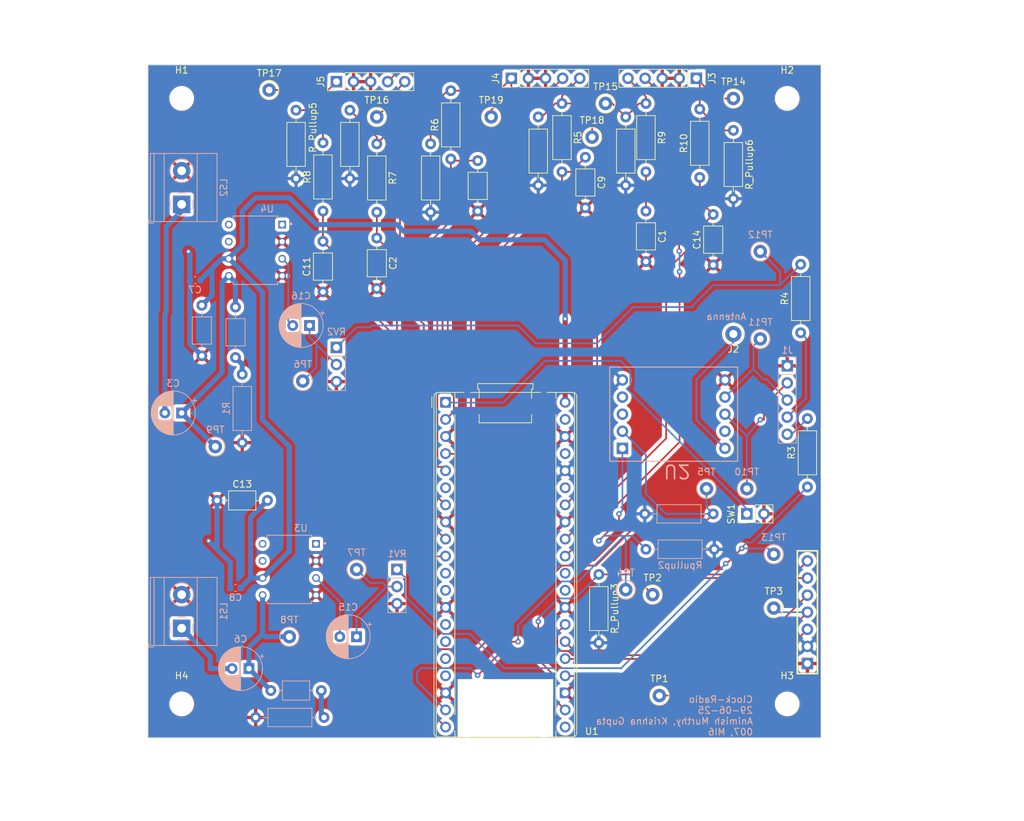
<source format=kicad_pcb>
(kicad_pcb (version 20241229) (generator "pcbnew") (generator_version "9.0")
  (layers (0 "F.Cu" signal) (2 "B.Cu" signal) (13 "F.Paste" user) (15 "B.Paste" user) (5 "F.SilkS" user "F.Silkscreen") (7 "B.SilkS" user "B.Silkscreen") (1 "F.Mask" user) (3 "B.Mask" user) (25 "Edge.Cuts" user))
  (net 0 "")
  (net 1 "GND")
  (net 2 "Net-(C3-Pad2)")
  (net 3 "/ROUT")
  (net 4 "/LOUT")
  (net 5 "Net-(J3-Pin_1)")
  (net 6 "Net-(J3-Pin_5)")
  (net 7 "Net-(J4-Pin_1)")
  (net 8 "Net-(J4-Pin_5)")
  (net 9 "/3V3")
  (net 10 "/SCK")
  (net 11 "/SDA")
  (net 12 "/RES")
  (net 13 "/DC")
  (net 14 "/CS")
  (net 15 "/RSpeaker")
  (net 16 "/LSpeaker")
  (net 17 "Net-(J2-Pin_1)")
  (net 18 "/I2CSCK")
  (net 19 "/I2CTX")
  (net 20 "Net-(U3-+)")
  (net 21 "Net-(U4-+)")
  (net 22 "/SW1")
  (net 23 "/SW2")
  (net 24 "/SW3")
  (net 25 "/SW4")
  (net 26 "Net-(C3-Pad1)")
  (net 27 "Net-(C4-Pad2)")
  (net 28 "Net-(C5-Pad1)")
  (net 29 "Net-(C5-Pad2)")
  (net 30 "Net-(C6-Pad2)")
  (net 42 "+5V")
  (net 46 "Net-(J5-Pin_1)")
  (net 47 "Net-(J5-Pin_5)")
  (net 48 "Net-(R3-Pad1)")
  (net 49 "Net-(R4-Pad2)")
  (net 50 "/ROT1B")
  (net 52 "/ROT1A")
  (net 53 "/ROT2A")
  (net 54 "/ROT2B")
  (net 56 "/ROT3A")
  (net 57 "/ROT3B")
  (net 58 "Net-(C15-Pad1)")
  (net 59 "Net-(C16-Pad1)")
  (footprint "Capacitor_THT:C_Axial_L3.8mm_D2.6mm_P7.50mm_Horizontal" (layer "F.Cu") (at 121 77 90)
    (property "Reference" "C11")
    (property "Value" "0.01 µF")
  )
  (footprint "Capacitor_THT:C_Axial_L3.8mm_D2.6mm_P7.50mm_Horizontal" (layer "F.Cu") (at 144 65 90)
    (property "Reference" "C10" (hide yes))
    (property "Value" "0.01 µF")
  )
  (footprint "Capacitor_THT:C_Axial_L3.8mm_D2.6mm_P7.50mm_Horizontal" (layer "F.Cu") (at 169 65 -90)
    (property "Reference" "C1")
    (property "Value" "0.01 µF")
  )
  (footprint "Resistor_THT:R_Axial_DIN0207_L6.3mm_D2.5mm_P10.16mm_Horizontal" (layer "F.Cu") (at 166 51 -90)
    (property "Reference" "R_Pullup7" (hide yes))
    (property "Value" "10kΩ")
  )
  (footprint "Resistor_THT:R_Axial_DIN0207_L6.3mm_D2.5mm_P10.16mm_Horizontal" (layer "F.Cu") (at 140 57.26 90)
    (property "Reference" "R6")
    (property "Value" "10Ω")
  )
  (footprint "TestPoint:TestPoint_Keystone_5000-5004_Miniature" (layer "F.Cu") (at 170 122)
    (property "Reference" "TP2")
    (property "Value" "TestPoint")
  )
  (footprint "TestPoint:TestPoint_Keystone_5000-5004_Miniature" (layer "F.Cu") (at 161 54)
    (property "Reference" "TP18")
    (property "Value" "TestPoint" (hide yes))
  )
  (footprint "Capacitor_THT:C_Axial_L3.8mm_D2.6mm_P7.50mm_Horizontal" (layer "F.Cu") (at 179 73 90)
    (property "Reference" "C14")
    (property "Value" "0.01 µF")
  )
  (footprint "Resistor_THT:R_Axial_DIN0207_L6.3mm_D2.5mm_P10.16mm_Horizontal" (layer "F.Cu") (at 117 50 -90)
    (property "Reference" "R_Pullup5")
    (property "Value" "10kΩ")
  )
  (footprint "Connector_PinHeader_2.54mm:PinHeader_1x05_P2.54mm_Vertical" (layer "F.Cu") (at 123 45.76 90)
    (property "Reference" "J5")
    (property "Value" "Conn_01x05")
  )
  (footprint "Resistor_THT:R_Axial_DIN0207_L6.3mm_D2.5mm_P10.16mm_Horizontal" (layer "F.Cu") (at 121 65 90)
    (property "Reference" "R8")
    (property "Value" "10kΩ")
  )
  (footprint "MountingHole:MountingHole_3.2mm_M3" (layer "F.Cu") (at 190 138.25)
    (property "Reference" "H3")
    (property "Value" "MountingHole")
  )
  (footprint "Resistor_THT:R_Axial_DIN0207_L6.3mm_D2.5mm_P10.16mm_Horizontal" (layer "F.Cu") (at 162 119 -90)
    (property "Reference" "R_Pullup3")
    (property "Value" "10kΩ")
  )
  (footprint "TestPoint:TestPoint_Keystone_5000-5004_Miniature" (layer "F.Cu") (at 146 51)
    (property "Reference" "TP19")
    (property "Value" "TestPoint")
  )
  (footprint "TestPoint:TestPoint_Keystone_5000-5004_Miniature" (layer "F.Cu") (at 182 48.26)
    (property "Reference" "TP14")
    (property "Value" "TestPoint")
  )
  (footprint "TestPoint:TestPoint_Keystone_5000-5004_Miniature" (layer "F.Cu") (at 129 51)
    (property "Reference" "TP16")
    (property "Value" "TestPoint" (hide yes))
  )
  (footprint "Resistor_THT:R_Axial_DIN0207_L6.3mm_D2.5mm_P10.16mm_Horizontal" (layer "F.Cu") (at 156.525236 49 -90)
    (property "Reference" "R5")
    (property "Value" "10Ω")
  )
  (footprint "TestPoint:TestPoint_Keystone_5000-5004_Miniature" (layer "F.Cu") (at 188 124)
    (property "Reference" "TP3")
    (property "Value" "TestPoint")
  )
  (footprint "Resistor_THT:R_Axial_DIN0207_L6.3mm_D2.5mm_P10.16mm_Horizontal" (layer "F.Cu") (at 193 106 90)
    (property "Reference" "R3")
    (property "Value" "10 k")
  )
  (footprint "Connector_Pin:Pin_D1.0mm_L10.0mm_LooseFit" (layer "F.Cu") (at 182 83.26)
    (property "Reference" "J2")
    (property "Value" "Conn_01x01_Pin")
  )
  (footprint "Connector_PinHeader_2.54mm:PinHeader_1x05_P2.54mm_Vertical" (layer "F.Cu") (at 176.5 45.26 -90)
    (property "Reference" "J3")
    (property "Value" "Conn_01x05" (hide yes))
  )
  (footprint "Capacitor_THT:C_Axial_L3.8mm_D2.6mm_P7.50mm_Horizontal" (layer "F.Cu") (at 105.25 108)
    (property "Reference" "C13")
    (property "Value" "0.1 µF")
  )
  (footprint "Module:RaspberryPi_Pico_Common_THT" (layer "F.Cu") (at 139.22 93.42)
    (property "Reference" "U1")
    (property "Value" "RPi_Pico_TH")
  )
  (footprint "Resistor_THT:R_Axial_DIN0207_L6.3mm_D2.5mm_P10.16mm_Horizontal" (layer "F.Cu") (at 182 53 -90)
    (property "Reference" "R_Pullup6")
    (property "Value" "10kΩ")
  )
  (footprint "ECE:OLED_Display_1.3" (layer "F.Cu") (at 224.95 142.36 90)
    (property "Reference" "DISP1" (hide yes))
    (property "Value" "OLED Display" (hide yes))
  )
  (footprint "MountingHole:MountingHole_3.2mm_M3" (layer "F.Cu") (at 100 48.25)
    (property "Reference" "H1")
    (property "Value" "MountingHole")
  )
  (footprint "Capacitor_THT:C_Axial_L3.8mm_D2.6mm_P7.50mm_Horizontal" (layer "F.Cu") (at 160 57 -90)
    (property "Reference" "C9")
    (property "Value" "0.01 µF")
  )
  (footprint "Connector_PinHeader_2.54mm:PinHeader_1x05_P2.54mm_Vertical" (layer "F.Cu") (at 149 45.26 90)
    (property "Reference" "J4")
    (property "Value" "Conn_01x05" (hide yes))
  )
  (footprint "TestPoint:TestPoint_Keystone_5000-5004_Miniature" (layer "F.Cu") (at 163 49)
    (property "Reference" "TP15")
    (property "Value" "TestPoint" (hide yes))
  )
  (footprint "TestPoint:TestPoint_Keystone_5000-5004_Miniature" (layer "F.Cu") (at 113 47)
    (property "Reference" "TP17")
    (property "Value" "TestPoint")
  )
  (footprint "Resistor_THT:R_Axial_DIN0207_L6.3mm_D2.5mm_P10.16mm_Horizontal" (layer "F.Cu") (at 125 50 -90)
    (property "Reference" "R_Pullup4" (hide yes))
    (property "Value" "10kΩ")
  )
  (footprint "Connector_PinHeader_2.54mm:PinHeader_1x02_P2.54mm_Vertical" (layer "F.Cu") (at 184 110 90)
    (property "Reference" "SW1")
    (property "Value" "SW_Push")
  )
  (footprint "MountingHole:MountingHole_3.2mm_M3" (layer "F.Cu") (at 190 48.25)
    (property "Reference" "H2")
    (property "Value" "MountingHole")
  )
  (footprint "Resistor_THT:R_Axial_DIN0207_L6.3mm_D2.5mm_P10.16mm_Horizontal" (layer "F.Cu") (at 169 49 -90)
    (property "Reference" "R9")
    (property "Value" "10Ω")
  )
  (footprint "Capacitor_THT:C_Axial_L3.8mm_D2.6mm_P7.50mm_Horizontal" (layer "F.Cu") (at 129 69 -90)
    (property "Reference" "C2")
    (property "Value" "0.01 µF")
  )
  (footprint "MountingHole:MountingHole_3.2mm_M3" (layer "F.Cu") (at 100 138.25)
    (property "Reference" "H4")
    (property "Value" "MountingHole")
  )
  (footprint "Resistor_THT:R_Axial_DIN0207_L6.3mm_D2.5mm_P10.16mm_Horizontal" (layer "F.Cu") (at 153 51 -90)
    (property "Reference" "R_Pullup1" (hide yes))
    (property "Value" "10kΩ")
  )
  (footprint "Resistor_THT:R_Axial_DIN0207_L6.3mm_D2.5mm_P10.16mm_Horizontal" (layer "F.Cu") (at 177 60 90)
    (property "Reference" "R10")
    (property "Value" "10Ω")
  )
  (footprint "Resistor_THT:R_Axial_DIN0207_L6.3mm_D2.5mm_P10.16mm_Horizontal" (layer "F.Cu") (at 137 55 -90)
    (property "Reference" "R_Pullup2" (hide yes))
    (property "Value" "10kΩ")
  )
  (footprint "TestPoint:TestPoint_Keystone_5000-5004_Miniature" (layer "F.Cu") (at 171 137)
    (property "Reference" "TP1")
    (property "Value" "TestPoint")
  )
  (footprint "Resistor_THT:R_Axial_DIN0207_L6.3mm_D2.5mm_P10.16mm_Horizontal" (layer "F.Cu") (at 192 83.08 90)
    (property "Reference" "R4")
    (property "Value" "10 k")
  )
  (footprint "Resistor_THT:R_Axial_DIN0207_L6.3mm_D2.5mm_P10.16mm_Horizontal" (layer "F.Cu") (at 129 55 -90)
    (property "Reference" "R7")
    (property "Value" "10kΩ")
  )
  (footprint "Resistor_THT:R_Axial_DIN0207_L6.3mm_D2.5mm_P10.16mm_Horizontal" (layer "B.Cu") (at 121.16 140.26 180)
    (property "Reference" "R2" (hide yes))
    (property "Value" "10Ω")
  )
  (footprint "Connector_PinHeader_2.54mm:PinHeader_1x03_P2.54mm_Vertical" (layer "B.Cu") (at 123 85.26 180)
    (property "Reference" "RV2")
    (property "Value" "10kΩ")
  )
  (footprint "TestPoint:TestPoint_Keystone_5000-5004_Miniature" (layer "B.Cu") (at 186 71 180)
    (property "Reference" "TP12")
    (property "Value" "TestPoint")
  )
  (footprint "Capacitor_THT:CP_Radial_D6.3mm_P2.50mm" (layer "B.Cu") (at 110 133 180)
    (property "Reference" "C6")
    (property "Value" "470 µF")
  )
  (footprint "TestPoint:TestPoint_Keystone_5000-5004_Miniature" (layer "B.Cu") (at 166 121.26 180)
    (property "Reference" "TP4")
    (property "Value" "TestPoint")
  )
  (footprint "ECE:RDA5807M_Module_TH" (layer "B.Cu") (at 173.13 95.18)
    (property "Reference" "U2")
    (property "Value" "RDA5807M_Module")
  )
  (footprint "Capacitor_SMD:C_0603_1608Metric" (layer "B.Cu") (at 102 75.26)
    (property "Reference" "C7")
    (property "Value" "0.1 µF")
  )
  (footprint "LM386N_4:DIP794W45P254L1016H508Q8" (layer "B.Cu") (at 116 118.26 180)
    (property "Reference" "U3")
    (property "Value" "LM386")
  )
  (footprint "TestPoint:TestPoint_Keystone_5000-5004_Miniature" (layer "B.Cu") (at 178 106.26 180)
    (property "Reference" "TP5")
    (property "Value" "TestPoint")
  )
  (footprint "Capacitor_THT:CP_Radial_D6.3mm_P2.50mm" (layer "B.Cu") (at 100 95 180)
    (property "Reference" "C3")
    (property "Value" "470 µF")
  )
  (footprint "TestPoint:TestPoint_Keystone_5000-5004_Miniature" (layer "B.Cu") (at 188 116 180)
    (property "Reference" "TP13")
    (property "Value" "TestPoint")
  )
  (footprint "Capacitor_THT:C_Axial_L3.8mm_D2.6mm_P7.50mm_Horizontal" (layer "B.Cu") (at 103 86.5 90)
    (property "Reference" "C12" (hide yes))
    (property "Value" "0.1 µF")
  )
  (footprint "TestPoint:TestPoint_Keystone_5000-5004_Miniature" (layer "B.Cu") (at 118 90.26 180)
    (property "Reference" "TP6")
    (property "Value" "TestPoint")
  )
  (footprint "TestPoint:TestPoint_Keystone_5000-5004_Miniature" (layer "B.Cu") (at 105 100 180)
    (property "Reference" "TP9")
    (property "Value" "TestPoint")
  )
  (footprint "Capacitor_THT:C_Axial_L3.8mm_D2.6mm_P7.50mm_Horizontal" (layer "B.Cu") (at 108 79.26 -90)
    (property "Reference" "C4" (hide yes))
    (property "Value" "0.05 µF")
  )
  (footprint "LM386N_4:DIP794W45P254L1016H508Q8" (layer "B.Cu") (at 110.97 70.81 180)
    (property "Reference" "U4")
    (property "Value" "LM386")
  )
  (footprint "TestPoint:TestPoint_Keystone_5000-5004_Miniature" (layer "B.Cu") (at 126 118.26 180)
    (property "Reference" "TP7")
    (property "Value" "TestPoint")
  )
  (footprint "Capacitor_THT:C_Axial_L3.8mm_D2.6mm_P7.50mm_Horizontal" (layer "B.Cu") (at 113.25 136.26)
    (property "Reference" "C5" (hide yes))
    (property "Value" "0.05 µF")
  )
  (footprint "TestPoint:TestPoint_Keystone_5000-5004_Miniature" (layer "B.Cu") (at 184 106.26 180)
    (property "Reference" "TP10")
    (property "Value" "TestPoint")
  )
  (footprint "Capacitor_THT:CP_Radial_D6.3mm_P2.50mm" (layer "B.Cu") (at 119 82 180)
    (property "Reference" "C16")
    (property "Value" "470 µF")
  )
  (footprint "Resistor_THT:R_Axial_DIN0207_L6.3mm_D2.5mm_P10.16mm_Horizontal" (layer "B.Cu") (at 109 89.26 -90)
    (property "Reference" "R1")
    (property "Value" "10Ω")
  )
  (footprint "Connector_PinHeader_2.54mm:PinHeader_1x05_P2.54mm_Vertical" (layer "B.Cu") (at 190 88 180)
    (property "Reference" "J1")
    (property "Value" "CUE_SJ1-352XNG")
  )
  (footprint "TestPoint:TestPoint_Keystone_5000-5004_Miniature" (layer "B.Cu") (at 116 128.26 180)
    (property "Reference" "TP8")
    (property "Value" "TestPoint")
  )
  (footprint "TerminalBlock_Phoenix:TerminalBlock_Phoenix_MKDS-1,5-2_1x02_P5.00mm_Horizontal" (layer "B.Cu") (at 100 127 90)
    (property "Reference" "LS1")
    (property "Value" "Speaker")
  )
  (footprint "Capacitor_THT:CP_Radial_D6.3mm_P2.50mm" (layer "B.Cu") (at 126 128.26 180)
    (property "Reference" "C15")
    (property "Value" "470 µF")
  )
  (footprint "Resistor_THT:R_Axial_DIN0207_L6.3mm_D2.5mm_P10.16mm_Horizontal" (layer "B.Cu") (at 179 110 180)
    (property "Reference" "Rpullup1" (hide yes))
    (property "Value" "2k")
  )
  (footprint "Connector_PinHeader_2.54mm:PinHeader_1x03_P2.54mm_Vertical" (layer "B.Cu") (at 132 118.26 180)
    (property "Reference" "RV1")
    (property "Value" "10kΩ")
  )
  (footprint "Resistor_THT:R_Axial_DIN0207_L6.3mm_D2.5mm_P10.16mm_Horizontal" (layer "B.Cu") (at 169 115.26)
    (property "Reference" "Rpullup2")
    (property "Value" "2k")
  )
  (footprint "TerminalBlock_Phoenix:TerminalBlock_Phoenix_MKDS-1,5-2_1x02_P5.00mm_Horizontal" (layer "B.Cu") (at 100 64 90)
    (property "Reference" "LS2")
    (property "Value" "Speaker")
  )
  (footprint "TestPoint:TestPoint_Keystone_5000-5004_Miniature" (layer "B.Cu") (at 186 84 180)
    (property "Reference" "TP11")
    (property "Value" "TestPoint")
  )
  (footprint "Capacitor_SMD:C_0603_1608Metric" (layer "B.Cu") (at 108 121)
    (property "Reference" "C8")
    (property "Value" "0.1 µF")
  )
  (gr_rect (start 95 43.26) (end 195 143.26) (stroke (width 0.1)) (fill no) (layer "Edge.Cuts"))
  (gr_text "Antenna" (at 184 81.26 0) (layer "B.SilkS") (effects (font (size 1 1)) (justify left bottom mirror)))
  (gr_text "Clock-Radio\n29-06-25\nAnimish Murthy, Krishna Gupta\n007, MI6" (at 185 143 0) (layer "B.SilkS") (effects (font (size 1 1)) (justify left bottom mirror)))
  (via (at 101 71) (size 0.8) (drill 0.4) (layers "F.Cu" "B.Cu") (net 1))
  (via (at 104 114) (size 0.8) (drill 0.4) (layers "F.Cu" "B.Cu") (net 1))
  (segment (start 100 59) (end 100 60) (width 0.25) (layer "B.Cu") (net 1))
  (segment (start 101.225 84.725) (end 101.225 75.26) (width 0.762) (layer "B.Cu") (net 1))
  (segment (start 103 86.5) (end 101.225 84.725) (width 0.762) (layer "B.Cu") (net 1))
  (segment (start 101.225 75.26) (end 101.225 71.225) (width 0.762) (layer "B.Cu") (net 1))
  (segment (start 107.225 121) (end 107.225 117.225) (width 0.762) (layer "B.Cu") (net 1))
  (segment (start 107.225 117.225) (end 105.25 115.25) (width 0.762) (layer "B.Cu") (net 1))
  (segment (start 105.25 115.25) (end 105.25 108) (width 0.762) (layer "B.Cu") (net 1))
  (segment (start 107.225 117.225) (end 104 114) (width 0.762) (layer "B.Cu") (net 1))
  (segment (start 101.225 71.225) (end 101 71) (width 0.762) (layer "B.Cu") (net 1))
  (segment (start 97.695 67.305) (end 97.695 80.065) (width 0.762) (layer "B.Cu") (net 2))
  (segment (start 97.5 80.26) (end 97.5 95) (width 0.762) (layer "B.Cu") (net 2))
  (segment (start 100 64) (end 100 65) (width 0.25) (layer "B.Cu") (net 2))
  (segment (start 100 65) (end 97.695 67.305) (width 0.762) (layer "B.Cu") (net 2))
  (segment (start 97.695 80.065) (end 97.5 80.26) (width 0.25) (layer "B.Cu") (net 2))
  (segment (start 185 85) (end 186 84) (width 0.25) (layer "B.Cu") (net 3))
  (segment (start 186.5 90.01) (end 186.93 90.01) (width 0.25) (layer "B.Cu") (net 3))
  (segment (start 180.75 92.64) (end 185 88.39) (width 0.25) (layer "B.Cu") (net 3))
  (segment (start 185 88) (end 185 85) (width 0.25) (layer "B.Cu") (net 3))
  (segment (start 185 88.51) (end 186.5 90.01) (width 0.25) (layer "B.Cu") (net 3))
  (segment (start 186.93 90.01) (end 190 93.08) (width 0.25) (layer "B.Cu") (net 3))
  (segment (start 185 88) (end 185 88.51) (width 0.25) (layer "B.Cu") (net 3))
  (segment (start 185 88.39) (end 185 88) (width 0.25) (layer "B.Cu") (net 3))
  (segment (start 186.54 96) (end 186.54 94) (width 0.25) (layer "F.Cu") (net 4))
  (segment (start 186.54 94) (end 190 90.54) (width 0.25) (layer "F.Cu") (net 4))
  (segment (start 186 96) (end 186.54 96) (width 0.25) (layer "F.Cu") (net 4))
  (via (at 186 96) (size 0.8) (drill 0.4) (layers "F.Cu" "B.Cu") (net 4))
  (segment (start 184 98.43) (end 180.75 95.18) (width 0.25) (layer "B.Cu") (net 4))
  (segment (start 184 106.26) (end 184 102.51) (width 0.25) (layer "B.Cu") (net 4))
  (segment (start 184 102.51) (end 184 98.43) (width 0.25) (layer "B.Cu") (net 4))
  (segment (start 184 98.43) (end 186 96) (width 0.25) (layer "B.Cu") (net 4))
  (segment (start 177 45.76) (end 176.5 45.26) (width 0.25) (layer "F.Cu") (net 5))
  (segment (start 176.5 46.01) (end 176.5 45.26) (width 0.25) (layer "F.Cu") (net 5))
  (segment (start 182 53) (end 180.16 53) (width 0.25) (layer "F.Cu") (net 5))
  (segment (start 177 49.84) (end 177 45.76) (width 0.25) (layer "F.Cu") (net 5))
  (segment (start 182 48.26) (end 179.5 48.26) (width 0.25) (layer "F.Cu") (net 5))
  (segment (start 180.16 53) (end 177 49.84) (width 0.25) (layer "F.Cu") (net 5))
  (segment (start 179.5 48.26) (end 176.5 45.26) (width 0.25) (layer "F.Cu") (net 5))
  (segment (start 169 48) (end 166.34 45.34) (width 0.25) (layer "F.Cu") (net 6))
  (segment (start 166 51) (end 168 49) (width 0.25) (layer "F.Cu") (net 6))
  (segment (start 166.34 45.34) (end 166.34 45.26) (width 0.25) (layer "F.Cu") (net 6))
  (segment (start 164 49) (end 163 49) (width 0.25) (layer "F.Cu") (net 6))
  (segment (start 168 49) (end 169 49) (width 0.25) (layer "F.Cu") (net 6))
  (segment (start 169 49) (end 169 48) (width 0.25) (layer "F.Cu") (net 6))
  (segment (start 166 51) (end 164 49) (width 0.25) (layer "F.Cu") (net 6))
  (segment (start 147.16 47.1) (end 149 45.26) (width 0.25) (layer "F.Cu") (net 7))
  (segment (start 149 47) (end 146 50) (width 0.25) (layer "F.Cu") (net 7))
  (segment (start 137 55) (end 137 49.65) (width 0.25) (layer "F.Cu") (net 7))
  (segment (start 146 50) (end 146 51) (width 0.25) (layer "F.Cu") (net 7))
  (segment (start 140 47.1) (end 147.16 47.1) (width 0.25) (layer "F.Cu") (net 7))
  (segment (start 137 49.65) (end 139.55 47.1) (width 0.25) (layer "F.Cu") (net 7))
  (segment (start 149 45.26) (end 149 47) (width 0.25) (layer "F.Cu") (net 7))
  (segment (start 156.525236 47.894764) (end 159.16 45.26) (width 0.25) (layer "F.Cu") (net 8))
  (segment (start 161 52) (end 158 49) (width 0.25) (layer "F.Cu") (net 8))
  (segment (start 158 49) (end 156.525236 49) (width 0.25) (layer "F.Cu") (net 8))
  (segment (start 155.525236 49) (end 153.843434 50.681802) (width 0.25) (layer "F.Cu") (net 8))
  (segment (start 156.525236 49) (end 155.525236 49) (width 0.25) (layer "F.Cu") (net 8))
  (segment (start 153.843434 50.681802) (end 153.318198 50.681802) (width 0.25) (layer "F.Cu") (net 8))
  (segment (start 161 54) (end 161 52) (width 0.25) (layer "F.Cu") (net 8))
  (segment (start 156.525236 49) (end 156.525236 47.894764) (width 0.25) (layer "F.Cu") (net 8))
  (segment (start 184.9 134.1) (end 182 137) (width 0.25) (layer "F.Cu") (net 10))
  (segment (start 193 127.16) (end 186.06 134.1) (width 0.25) (layer "F.Cu") (net 10))
  (segment (start 186.06 134.1) (end 184.9 134.1) (width 0.25) (layer "F.Cu") (net 10))
  (segment (start 186.06 134.1) (end 157 134.1) (width 0.25) (layer "F.Cu") (net 10))
  (segment (start 182 137) (end 171 137) (width 0.25) (layer "F.Cu") (net 10))
  (segment (start 193 124.62) (end 186.06 131.56) (width 0.25) (layer "F.Cu") (net 11))
  (segment (start 186.06 131.56) (end 157 131.56) (width 0.25) (layer "F.Cu") (net 11))
  (segment (start 188.62 124.62) (end 188 124) (width 0.25) (layer "B.Cu") (net 11))
  (segment (start 193 124.62) (end 188.62 124.62) (width 0.25) (layer "B.Cu") (net 11))
  (segment (start 158.101701 131) (end 157.486701 130.385) (width 0.25) (layer "F.Cu") (net 12))
  (segment (start 155.825 127.655) (end 157 126.48) (width 0.25) (layer "F.Cu") (net 12))
  (segment (start 155.825 129.825) (end 155.825 127.655) (width 0.25) (layer "F.Cu") (net 12))
  (segment (start 157.486701 130.385) (end 156.385 130.385) (width 0.25) (layer "F.Cu") (net 12))
  (segment (start 193 122.08) (end 184.08 131) (width 0.25) (layer "F.Cu") (net 12))
  (segment (start 184.08 131) (end 158.101701 131) (width 0.25) (layer "F.Cu") (net 12))
  (segment (start 156.385 130.385) (end 155.825 129.825) (width 0.25) (layer "F.Cu") (net 12))
  (segment (start 165.588833 130.285) (end 158.265 130.285) (width 0.25) (layer "F.Cu") (net 13))
  (segment (start 193 119.54) (end 176.333833 119.54) (width 0.25) (layer "F.Cu") (net 13))
  (segment (start 158.265 130.285) (end 157 129.02) (width 0.25) (layer "F.Cu") (net 13))
  (segment (start 176.333833 119.54) (end 165.588833 130.285) (width 0.25) (layer "F.Cu") (net 13))
  (segment (start 155.5 134.152405) (end 155.5 137.64) (width 0.25) (layer "F.Cu") (net 14))
  (segment (start 193 117) (end 191 119) (width 0.25) (layer "F.Cu") (net 14))
  (segment (start 153 126) (end 153 131.652405) (width 0.25) (layer "F.Cu") (net 14))
  (segment (start 155.5 137.64) (end 157 139.14) (width 0.25) (layer "F.Cu") (net 14))
  (segment (start 153 131.652405) (end 155.5 134.152405) (width 0.25) (layer "F.Cu") (net 14))
  (segment (start 170 122) (end 167 119) (width 0.25) (layer "F.Cu") (net 14))
  (segment (start 167 119) (end 191 119) (width 0.25) (layer "F.Cu") (net 14))
  (segment (start 167 119) (end 162 119) (width 0.25) (layer "F.Cu") (net 14))
  (via (at 153 126) (size 0.8) (drill 0.4) (layers "F.Cu" "B.Cu") (net 14))
  (segment (start 153 126) (end 153 125.5) (width 0.25) (layer "B.Cu") (net 14))
  (segment (start 153 125.5) (end 155.925 122.575) (width 0.25) (layer "B.Cu") (net 14))
  (segment (start 155.925 122.575) (end 158.425 122.575) (width 0.25) (layer "B.Cu") (net 14))
  (segment (start 158.425 122.575) (end 162 119) (width 0.25) (layer "B.Cu") (net 14))
  (segment (start 192.799999 92.820001) (end 190 95.62) (width 0.25) (layer "B.Cu") (net 15))
  (segment (start 192.799999 83.879999) (end 192.799999 92.820001) (width 0.25) (layer "B.Cu") (net 15))
  (segment (start 192 83.08) (end 192.799999 83.879999) (width 0.25) (layer "B.Cu") (net 15))
  (segment (start 193 95.84) (end 190.68 98.16) (width 0.25) (layer "B.Cu") (net 16))
  (segment (start 190.68 98.16) (end 190 98.16) (width 0.25) (layer "B.Cu") (net 16))
  (segment (start 176.5 90.01) (end 182 84.51) (width 0.25) (layer "B.Cu") (net 17))
  (segment (start 176.5 96.01) (end 176.5 90.01) (width 0.25) (layer "B.Cu") (net 17))
  (segment (start 182 84.51) (end 182 83.26) (width 0.25) (layer "B.Cu") (net 17))
  (segment (start 180.75 100.26) (end 176.5 96.01) (width 0.25) (layer "B.Cu") (net 17))
  (segment (start 133 135.46) (end 139.22 141.68) (width 0.25) (layer "F.Cu") (net 18))
  (segment (start 156.513299 117.685) (end 144.092299 130.106) (width 0.25) (layer "F.Cu") (net 18))
  (segment (start 161.575 117.685) (end 156.513299 117.685) (width 0.25) (layer "F.Cu") (net 18))
  (segment (start 144.092299 130.106) (end 136.394 130.106) (width 0.25) (layer "F.Cu") (net 18))
  (segment (start 133 133.5) (end 133 135.46) (width 0.25) (layer "F.Cu") (net 18))
  (segment (start 179 110) (end 177 112) (width 0.25) (layer "F.Cu") (net 18))
  (segment (start 167.26 112) (end 161.575 117.685) (width 0.25) (layer "F.Cu") (net 18))
  (segment (start 177 112) (end 167.26 112) (width 0.25) (layer "F.Cu") (net 18))
  (segment (start 136.394 130.106) (end 133 133.5) (width 0.25) (layer "F.Cu") (net 18))
  (segment (start 169 107) (end 172 110) (width 0.25) (layer "B.Cu") (net 18))
  (segment (start 178 109) (end 179 110) (width 0.25) (layer "B.Cu") (net 18))
  (segment (start 165.51 97.72) (end 169 101.21) (width 0.25) (layer "B.Cu") (net 18))
  (segment (start 165.05 97.26) (end 165.51 97.72) (width 0.25) (layer "B.Cu") (net 18))
  (segment (start 172 110) (end 179 110) (width 0.25) (layer "B.Cu") (net 18))
  (segment (start 178 106.26) (end 178 109) (width 0.25) (layer "B.Cu") (net 18))
  (segment (start 169 101.21) (end 169 107) (width 0.25) (layer "B.Cu") (net 18))
  (segment (start 150 129) (end 149 129) (width 0.25) (layer "F.Cu") (net 19))
  (segment (start 149 129) (end 144 134) (width 0.25) (layer "F.Cu") (net 19))
  (segment (start 165 110) (end 165 111) (width 0.25) (layer "F.Cu") (net 19))
  (segment (start 165 111) (end 162 114) (width 0.25) (layer "F.Cu") (net 19))
  (via (at 162 114) (size 0.8) (drill 0.4) (layers "F.Cu" "B.Cu") (net 19))
  (via (at 165 110) (size 0.8) (drill 0.4) (layers "F.Cu" "B.Cu") (net 19))
  (via (at 144 134) (size 0.8) (drill 0.4) (layers "F.Cu" "B.Cu") (net 19))
  (via (at 150 129) (size 0.8) (drill 0.4) (layers "F.Cu" "B.Cu") (net 19))
  (segment (start 162 114) (end 162.74 113.26) (width 0.25) (layer "B.Cu") (net 19))
  (segment (start 142.934 132.934) (end 135.566 132.934) (width 0.25) (layer "B.Cu") (net 19))
  (segment (start 135 133.5) (end 135 134.92) (width 0.25) (layer "B.Cu") (net 19))
  (segment (start 165.51 113.5) (end 165.51 113.26) (width 0.25) (layer "B.Cu") (net 19))
  (segment (start 165.75 113.26) (end 167 113.26) (width 0.25) (layer "B.Cu") (net 19))
  (segment (start 162.74 113.26) (end 165.51 113.26) (width 0.25) (layer "B.Cu") (net 19))
  (segment (start 165.51 109.49) (end 165 110) (width 0.25) (layer "B.Cu") (net 19))
  (segment (start 165.51 113.5) (end 165.75 113.26) (width 0.25) (layer "B.Cu") (net 19))
  (segment (start 166 121.26) (end 166 113.75) (width 0.25) (layer "B.Cu") (net 19))
  (segment (start 144 134) (end 142.934 132.934) (width 0.25) (layer "B.Cu") (net 19))
  (segment (start 165.51 100.26) (end 165.51 109.49) (width 0.25) (layer "B.Cu") (net 19))
  (segment (start 150 129) (end 150 126.548299) (width 0.25) (layer "B.Cu") (net 19))
  (segment (start 167 113.26) (end 169 115.26) (width 0.25) (layer "B.Cu") (net 19))
  (segment (start 135.566 132.934) (end 135 133.5) (width 0.25) (layer "B.Cu") (net 19))
  (segment (start 156.513299 120.035) (end 158.975 120.035) (width 0.25) (layer "B.Cu") (net 19))
  (segment (start 150 126.548299) (end 156.513299 120.035) (width 0.25) (layer "B.Cu") (net 19))
  (segment (start 135 134.92) (end 139.22 139.14) (width 0.25) (layer "B.Cu") (net 19))
  (segment (start 166 113.75) (end 165.51 113.26) (width 0.25) (layer "B.Cu") (net 19))
  (segment (start 158.975 120.035) (end 165.51 113.5) (width 0.25) (layer "B.Cu") (net 19))
  (segment (start 123.5 128.26) (end 123.5 123.06) (width 0.25) (layer "B.Cu") (net 20))
  (segment (start 123.5 123.06) (end 119.97 119.53) (width 0.25) (layer "B.Cu") (net 20))
  (segment (start 115.835 72.975) (end 114.94 72.08) (width 0.25) (layer "B.Cu") (net 21))
  (segment (start 115.835 81.335) (end 115.835 72.975) (width 0.25) (layer "B.Cu") (net 21))
  (segment (start 116.5 82) (end 115.835 81.335) (width 0.25) (layer "B.Cu") (net 21))
  (segment (start 139.76 93.68) (end 140 93.44) (width 0.25) (layer "F.Cu") (net 22))
  (segment (start 166.152348 91.412348) (end 184 109.26) (width 0.25) (layer "B.Cu") (net 22))
  (segment (start 166.685 88.685) (end 166.685 90.879696) (width 0.25) (layer "B.Cu") (net 22))
  (segment (start 147.8 93.46) (end 154 87.26) (width 0.25) (layer "B.Cu") (net 22))
  (segment (start 139.22 93.46) (end 147.8 93.46) (width 0.25) (layer "B.Cu") (net 22))
  (segment (start 165.26 87.26) (end 166.685 88.685) (width 0.25) (layer "B.Cu") (net 22))
  (segment (start 154 87.26) (end 165.26 87.26) (width 0.25) (layer "B.Cu") (net 22))
  (segment (start 166.685 90.879696) (end 166.152348 91.412348) (width 0.25) (layer "B.Cu") (net 22))
  (segment (start 184 109.26) (end 184 110) (width 0.25) (layer "B.Cu") (net 22))
  (segment (start 150 50) (end 150 63.12) (width 0.25) (layer "F.Cu") (net 23))
  (segment (start 156.62 45.26) (end 151.88 50) (width 0.25) (layer "F.Cu") (net 23))
  (segment (start 150 63.12) (end 139.55 73.57) (width 0.25) (layer "F.Cu") (net 23))
  (segment (start 140.45 92.45) (end 140.45 94.77) (width 0.25) (layer "F.Cu") (net 23))
  (segment (start 140.45 94.77) (end 139.22 96) (width 0.25) (layer "F.Cu") (net 23))
  (segment (start 151.88 50) (end 150 50) (width 0.25) (layer "F.Cu") (net 23))
  (segment (start 139.55 73.57) (end 139.55 91.55) (width 0.25) (layer "F.Cu") (net 23))
  (segment (start 139.55 91.55) (end 140.45 92.45) (width 0.25) (layer "F.Cu") (net 23))
  (segment (start 173.936396 70.936396) (end 173.936396 50.316396) (width 0.25) (layer "F.Cu") (net 24))
  (segment (start 174 74) (end 174 99.32) (width 0.25) (layer "F.Cu") (net 24))
  (segment (start 173.936396 50.316396) (end 168.88 45.26) (width 0.25) (layer "F.Cu") (net 24))
  (segment (start 174 99.32) (end 157 116.32) (width 0.25) (layer "F.Cu") (net 24))
  (via (at 173.936396 70.936396) (size 0.8) (drill 0.4) (layers "F.Cu" "B.Cu") (net 24))
  (via (at 174 74) (size 0.8) (drill 0.4) (layers "F.Cu" "B.Cu") (net 24))
  (segment (start 174 70.872792) (end 173.936396 70.936396) (width 0.25) (layer "B.Cu") (net 24))
  (segment (start 174 74) (end 174 70.872792) (width 0.25) (layer "B.Cu") (net 24))
  (segment (start 135 45) (end 134 44) (width 0.25) (layer "F.Cu") (net 25))
  (segment (start 137.52 107) (end 139.22 108.7) (width 0.25) (layer "F.Cu") (net 25))
  (segment (start 132.45 49.55) (end 135 47) (width 0.25) (layer "F.Cu") (net 25))
  (segment (start 132.45 49.55) (end 132.45 78.27) (width 0.25) (layer "F.Cu") (net 25))
  (segment (start 135 47) (end 135 45) (width 0.25) (layer "F.Cu") (net 25))
  (segment (start 132.45 78.27) (end 136 81.82) (width 0.25) (layer "F.Cu") (net 25))
  (segment (start 136 81.82) (end 136 107) (width 0.25) (layer "F.Cu") (net 25))
  (segment (start 132.38 44) (end 130.62 45.76) (width 0.25) (layer "F.Cu") (net 25))
  (segment (start 136 107) (end 137.52 107) (width 0.25) (layer "F.Cu") (net 25))
  (segment (start 134 44) (end 132.38 44) (width 0.25) (layer "F.Cu") (net 25))
  (segment (start 108 75.62) (end 107 74.62) (width 0.762) (layer "B.Cu") (net 26))
  (segment (start 106 89) (end 106 75.62) (width 0.762) (layer "B.Cu") (net 26))
  (segment (start 108 79.26) (end 108 75.62) (width 0.762) (layer "B.Cu") (net 26))
  (segment (start 106 75.62) (end 107 74.62) (width 0.762) (layer "B.Cu") (net 26))
  (segment (start 105 100) (end 100 95) (width 0.762) (layer "B.Cu") (net 26))
  (segment (start 100 95) (end 106 89) (width 0.762) (layer "B.Cu") (net 26))
  (segment (start 109 87.76) (end 109 89.26) (width 0.762) (layer "B.Cu") (net 27))
  (segment (start 108 86.76) (end 109 87.76) (width 0.762) (layer "B.Cu") (net 27))
  (segment (start 111.25 134.25) (end 111.25 134.26) (width 0.25) (layer "B.Cu") (net 28))
  (segment (start 110 133) (end 110 129.85) (width 0.762) (layer "B.Cu") (net 28))
  (segment (start 110 129.85) (end 112.03 127.82) (width 0.762) (layer "B.Cu") (net 28))
  (segment (start 116 128.26) (end 112.47 128.26) (width 0.762) (layer "B.Cu") (net 28))
  (segment (start 112.47 128.26) (end 112.03 127.82) (width 0.762) (layer "B.Cu") (net 28))
  (segment (start 110 133) (end 111.25 134.25) (width 0.762) (layer "B.Cu") (net 28))
  (segment (start 111.25 134.26) (end 113.25 136.26) (width 0.762) (layer "B.Cu") (net 28))
  (segment (start 112.03 127.82) (end 112.03 122.07) (width 0.762) (layer "B.Cu") (net 28))
  (segment (start 120.75 136.26) (end 120.75 139.85) (width 0.762) (layer "B.Cu") (net 29))
  (segment (start 120.75 139.85) (end 121.16 140.26) (width 0.25) (layer "B.Cu") (net 29))
  (segment (start 104.24 133) (end 104.24 131.24) (width 0.762) (layer "B.Cu") (net 30))
  (segment (start 104.24 131.24) (end 100 127) (width 0.762) (layer "B.Cu") (net 30))
  (segment (start 104.24 133) (end 107.5 133) (width 0.762) (layer "B.Cu") (net 30))
  (segment (start 100 127) (end 100 128.26) (width 0.25) (layer "B.Cu") (net 30))
  (segment (start 157 81) (end 157 93.46) (width 0.762) (layer "F.Cu") (net 42))
  (via (at 157 81) (size 0.8) (drill 0.4) (layers "F.Cu" "B.Cu") (net 42))
  (segment (start 116 115.56) (end 112.03 119.53) (width 0.762) (layer "B.Cu") (net 42))
  (segment (start 107 72) (end 107 72.08) (width 0.762) (layer "B.Cu") (net 42))
  (segment (start 120 67) (end 132 67) (width 0.762) (layer "B.Cu") (net 42))
  (segment (start 109 70) (end 107 72) (width 0.762) (layer "B.Cu") (net 42))
  (segment (start 133 68) (end 143 68) (width 0.762) (layer "B.Cu") (net 42))
  (segment (start 153.92 69.26) (end 157 72.34) (width 0.762) (layer "B.Cu") (net 42))
  (segment (start 112 77) (end 112 96) (width 0.762) (layer "B.Cu") (net 42))
  (segment (start 143 68) (end 144.26 69.26) (width 0.762) (layer "B.Cu") (net 42))
  (segment (start 111 63) (end 116 63) (width 0.762) (layer "B.Cu") (net 42))
  (segment (start 110.245 119.53) (end 110.245 110.505) (width 0.762) (layer "B.Cu") (net 42))
  (segment (start 104.5175 77.4825) (end 104.5175 73.5175) (width 0.762) (layer "B.Cu") (net 42))
  (segment (start 104.5175 73.5175) (end 102.775 75.26) (width 0.762) (layer "B.Cu") (net 42))
  (segment (start 105.955 72.08) (end 104.5175 73.5175) (width 0.762) (layer "B.Cu") (net 42))
  (segment (start 109 65) (end 109 70) (width 0.762) (layer "B.Cu") (net 42))
  (segment (start 111 63) (end 109 65) (width 0.762) (layer "B.Cu") (net 42))
  (segment (start 116 63) (end 120 67) (width 0.762) (layer "B.Cu") (net 42))
  (segment (start 107 72) (end 112 77) (width 0.762) (layer "B.Cu") (net 42))
  (segment (start 103 79) (end 104.5175 77.4825) (width 0.762) (layer "B.Cu") (net 42))
  (segment (start 110.245 119.53) (end 108.775 121) (width 0.762) (layer "B.Cu") (net 42))
  (segment (start 107 72.08) (end 105.955 72.08) (width 0.762) (layer "B.Cu") (net 42))
  (segment (start 112.03 119.53) (end 110.245 119.53) (width 0.762) (layer "B.Cu") (net 42))
  (segment (start 110.245 110.505) (end 112.75 108) (width 0.762) (layer "B.Cu") (net 42))
  (segment (start 144.26 69.26) (end 153.92 69.26) (width 0.762) (layer "B.Cu") (net 42))
  (segment (start 157 72.34) (end 157 81) (width 0.762) (layer "B.Cu") (net 42))
  (segment (start 116 100) (end 116 115.56) (width 0.762) (layer "B.Cu") (net 42))
  (segment (start 112 96) (end 116 100) (width 0.762) (layer "B.Cu") (net 42))
  (segment (start 132 67) (end 133 68) (width 0.762) (layer "B.Cu") (net 42))
  (segment (start 107.08 72) (end 107 72.08) (width 0.762) (layer "B.Cu") (net 42))
  (segment (start 120 49) (end 121 48) (width 0.25) (layer "F.Cu") (net 46))
  (segment (start 121 54.84) (end 121 48) (width 0.25) (layer "F.Cu") (net 46))
  (segment (start 120 50) (end 117 50) (width 0.25) (layer "F.Cu") (net 46))
  (segment (start 121.16 54.84) (end 121 54.84) (width 0.25) (layer "F.Cu") (net 46))
  (segment (start 121 48) (end 121 47.76) (width 0.25) (layer "F.Cu") (net 46))
  (segment (start 121 47.76) (end 123 45.76) (width 0.25) (layer "F.Cu") (net 46))
  (segment (start 113 47) (end 118 47) (width 0.25) (layer "F.Cu") (net 46))
  (segment (start 118 47) (end 120 49) (width 0.25) (layer "F.Cu") (net 46))
  (segment (start 120 49) (end 120 50) (width 0.25) (layer "F.Cu") (net 46))
  (segment (start 123 45.76) (end 123.58 45.76) (width 0.25) (layer "F.Cu") (net 46))
  (segment (start 125 50) (end 129 54) (width 0.25) (layer "F.Cu") (net 47))
  (segment (start 131 49) (end 129 51) (width 0.25) (layer "F.Cu") (net 47))
  (segment (start 131 48) (end 131 53) (width 0.25) (layer "F.Cu") (net 47))
  (segment (start 131 53) (end 129 55) (width 0.25) (layer "F.Cu") (net 47))
  (segment (start 133.16 45.84) (end 133.16 45.76) (width 0.25) (layer "F.Cu") (net 47))
  (segment (start 129 54) (end 129 55) (width 0.25) (layer "F.Cu") (net 47))
  (segment (start 131 48) (end 133.16 45.84) (width 0.25) (layer "F.Cu") (net 47))
  (segment (start 181 117.38) (end 183.25 115.13) (width 0.25) (layer "F.Cu") (net 48))
  (segment (start 180.88 117.38) (end 181 117.38) (width 0.25) (layer "F.Cu") (net 48))
  (via (at 180.88 117.38) (size 0.8) (drill 0.4) (layers "F.Cu" "B.Cu") (net 48))
  (via (at 183.25 115.13) (size 0.8) (drill 0.4) (layers "F.Cu" "B.Cu") (net 48))
  (segment (start 187.13 115.13) (end 183.25 115.13) (width 0.25) (layer "B.Cu") (net 48))
  (segment (start 133.175 122.175) (end 138.845 127.845) (width 0.25) (layer "B.Cu") (net 48))
  (segment (start 165.26 133) (end 180.88 117.38) (width 0.25) (layer "B.Cu") (net 48))
  (segment (start 184.74 114.26) (end 193 106) (width 0.25) (layer "B.Cu") (net 48))
  (segment (start 147.934 132.934) (end 165.194 132.934) (width 0.25) (layer "B.Cu") (net 48))
  (segment (start 165.194 132.934) (end 165.26 133) (width 0.25) (layer "B.Cu") (net 48))
  (segment (start 142.845 127.845) (end 147.934 132.934) (width 0.25) (layer "B.Cu") (net 48))
  (segment (start 183.13 115.13) (end 184 114.26) (width 0.25) (layer "B.Cu") (net 48))
  (segment (start 132 118.26) (end 133.175 119.435) (width 0.25) (layer "B.Cu") (net 48))
  (segment (start 184 114.26) (end 184.74 114.26) (width 0.25) (layer "B.Cu") (net 48))
  (segment (start 138.845 127.845) (end 142.845 127.845) (width 0.25) (layer "B.Cu") (net 48))
  (segment (start 133.175 119.435) (end 133.175 122.175) (width 0.25) (layer "B.Cu") (net 48))
  (segment (start 183.25 115.13) (end 183.13 115.13) (width 0.25) (layer "B.Cu") (net 48))
  (segment (start 188 116) (end 187.13 115.13) (width 0.25) (layer "B.Cu") (net 48))
  (segment (start 132 118.26) (end 132 118.72) (width 0.25) (layer "B.Cu") (net 48))
  (segment (start 167.101701 79.26) (end 161.716701 84.645) (width 0.25) (layer "B.Cu") (net 49))
  (segment (start 176 79) (end 179 76) (width 0.25) (layer "B.Cu") (net 49))
  (segment (start 128.24 82) (end 150 82) (width 0.25) (layer "B.Cu") (net 49))
  (segment (start 188.96 73.96) (end 186 71) (width 0.25) (layer "B.Cu") (net 49))
  (segment (start 176 79.26) (end 167.101701 79.26) (width 0.25) (layer "B.Cu") (net 49))
  (segment (start 126 82.26) (end 123 85.26) (width 0.25) (layer "B.Cu") (net 49))
  (segment (start 192 72.92) (end 188.96 75.96) (width 0.25) (layer "B.Cu") (net 49))
  (segment (start 127.98 82.26) (end 128.24 82) (width 0.25) (layer "B.Cu") (net 49))
  (segment (start 152.645 84.645) (end 161.716701 84.645) (width 0.25) (layer "B.Cu") (net 49))
  (segment (start 150 82) (end 152.645 84.645) (width 0.25) (layer "B.Cu") (net 49))
  (segment (start 176 79.26) (end 176 79) (width 0.25) (layer "B.Cu") (net 49))
  (segment (start 188.96 75.96) (end 188.96 73.96) (width 0.25) (layer "B.Cu") (net 49))
  (segment (start 188.96 75.96) (end 188.92 76) (width 0.25) (layer "B.Cu") (net 49))
  (segment (start 188.92 76) (end 179 76) (width 0.25) (layer "B.Cu") (net 49))
  (segment (start 127.98 82.26) (end 126 82.26) (width 0.25) (layer "B.Cu") (net 49))
  (segment (start 156.525236 61.61116) (end 143 75.136396) (width 0.25) (layer "F.Cu") (net 50))
  (segment (start 157.84 59.16) (end 160 57) (width 0.25) (layer "F.Cu") (net 50))
  (segment (start 143 101) (end 142.92 101.08) (width 0.25) (layer "F.Cu") (net 50))
  (segment (start 156.525236 59.16) (end 157.84 59.16) (width 0.25) (layer "F.Cu") (net 50))
  (segment (start 156.525236 59.16) (end 156.525236 61.61116) (width 0.25) (layer "F.Cu") (net 50))
  (segment (start 143 75.136396) (end 143 101) (width 0.25) (layer "F.Cu") (net 50))
  (segment (start 142.92 101.08) (end 139.22 101.08) (width 0.25) (layer "F.Cu") (net 50))
  (segment (start 138.6 103) (end 139.22 103.62) (width 0.25) (layer "F.Cu") (net 52))
  (segment (start 138 103) (end 138.6 103) (width 0.25) (layer "F.Cu") (net 52))
  (segment (start 140 57.26) (end 140 66.483604) (width 0.25) (layer "F.Cu") (net 52))
  (segment (start 138 80) (end 138 103) (width 0.25) (layer "F.Cu") (net 52))
  (segment (start 140.24 57.5) (end 140 57.26) (width 0.25) (layer "F.Cu") (net 52))
  (segment (start 136 78) (end 138 80) (width 0.25) (layer "F.Cu") (net 52))
  (segment (start 144 57.5) (end 140.24 57.5) (width 0.25) (layer "F.Cu") (net 52))
  (segment (start 136 70.483604) (end 136 78) (width 0.25) (layer "F.Cu") (net 52))
  (segment (start 140 66.483604) (end 136 70.483604) (width 0.25) (layer "F.Cu") (net 52))
  (segment (start 132 82.9) (end 133.45 84.35) (width 0.25) (layer "F.Cu") (net 53))
  (segment (start 133.45 84.35) (end 133.45 108.01) (width 0.25) (layer "F.Cu") (net 53))
  (segment (start 133.45 108.01) (end 139.22 113.78) (width 0.25) (layer "F.Cu") (net 53))
  (segment (start 132 72) (end 132 82.9) (width 0.25) (layer "F.Cu") (net 53))
  (segment (start 129 69) (end 132 72) (width 0.25) (layer "F.Cu") (net 53))
  (segment (start 129 65.16) (end 129 69) (width 0.25) (layer "F.Cu") (net 53))
  (segment (start 136.32 116.32) (end 139.22 116.32) (width 0.25) (layer "F.Cu") (net 54))
  (segment (start 127.675 79.565) (end 133 84.89) (width 0.25) (layer "F.Cu") (net 54))
  (segment (start 121 65) (end 121 69.5) (width 0.25) (layer "F.Cu") (net 54))
  (segment (start 126.125 74.625) (end 126.125 79.565) (width 0.25) (layer "F.Cu") (net 54))
  (segment (start 126.125 79.565) (end 127.675 79.565) (width 0.25) (layer "F.Cu") (net 54))
  (segment (start 133 113) (end 136.32 116.32) (width 0.25) (layer "F.Cu") (net 54))
  (segment (start 121 69.5) (end 126.125 74.625) (width 0.25) (layer "F.Cu") (net 54))
  (segment (start 133 84.89) (end 133 113) (width 0.25) (layer "F.Cu") (net 54))
  (segment (start 169 61.76) (end 163.75 67.01) (width 0.25) (layer "F.Cu") (net 56))
  (segment (start 161.75 67.01) (end 161.75 103.95) (width 0.25) (layer "F.Cu") (net 56))
  (segment (start 161.75 103.95) (end 157 108.7) (width 0.25) (layer "F.Cu") (net 56))
  (segment (start 163.75 67.01) (end 161.75 67.01) (width 0.25) (layer "F.Cu") (net 56))
  (segment (start 169 61.76) (end 169 59.16) (width 0.25) (layer "F.Cu") (net 56))
  (segment (start 169 61.76) (end 169 65) (width 0.25) (layer "F.Cu") (net 56))
  (segment (start 177 67.5) (end 177 68.898097) (width 0.25) (layer "F.Cu") (net 57))
  (segment (start 172 98.78) (end 157 113.78) (width 0.25) (layer "F.Cu") (net 57))
  (segment (start 172 73.898097) (end 172 98.78) (width 0.25) (layer "F.Cu") (net 57))
  (segment (start 177 63.5) (end 179 65.5) (width 0.25) (layer "F.Cu") (net 57))
  (segment (start 179 65.5) (end 177 67.5) (width 0.25) (layer "F.Cu") (net 57))
  (segment (start 177 68.898097) (end 172 73.898097) (width 0.25) (layer "F.Cu") (net 57))
  (segment (start 177 60) (end 177 63.5) (width 0.25) (layer "F.Cu") (net 57))
  (segment (start 132 120.8) (end 131.46 120.26) (width 0.25) (layer "F.Cu") (net 58))
  (segment (start 130.46 120.8) (end 129.92 120.26) (width 0.25) (layer "B.Cu") (net 58))
  (segment (start 128 120.26) (end 126 118.26) (width 0.25) (layer "B.Cu") (net 58))
  (segment (start 129.92 120.26) (end 128 120.26) (width 0.25) (layer "B.Cu") (net 58))
  (segment (start 126 125.26) (end 130.46 120.8) (width 0.25) (layer "B.Cu") (net 58))
  (segment (start 130.46 120.8) (end 132 120.8) (width 0.25) (layer "B.Cu") (net 58))
  (segment (start 126 128.26) (end 126 125.26) (width 0.25) (layer "B.Cu") (net 58))
  (segment (start 123 87.8) (end 120.04 84.84) (width 0.25) (layer "B.Cu") (net 59))
  (segment (start 120.04 84.8) (end 119 83.76) (width 0.25) (layer "B.Cu") (net 59))
  (segment (start 120.04 88.22) (end 118 90.26) (width 0.25) (layer "B.Cu") (net 59))
  (segment (start 120.04 84.8) (end 120.04 88.22) (width 0.25) (layer "B.Cu") (net 59))
  (segment (start 119 83.76) (end 119 82) (width 0.25) (layer "B.Cu") (net 59))
  (segment (start 120.04 84.84) (end 120.04 84.8) (width 0.25) (layer "B.Cu") (net 59))
  (zone (net 1) (net_name "GND") (layer "F.Cu") (priority 1) (connect_pads (clearance 0.5)) (min_thickness 0.25) (fill yes (thermal_gap 0.5) (thermal_bridge_width 0.5))
    (polygon (pts (xy 210.997375 34.6223) (xy 72.997375 33.6223) (xy 72.997375 154.6223) (xy 210.997375 155.6223)))
  )
  (zone (net 0) (net_name "") (layers "F.Cu" "B.Cu") (name "antenna keepout") (connect_pads (clearance 0)) (min_thickness 0.25)
    (keepout (tracks not_allowed) (vias not_allowed) (pads not_allowed) (copperpour not_allowed) (footprints allowed))
    (fill (thermal_gap 0.5) (thermal_bridge_width 0.5))
    (polygon (pts (xy 141.01 134.55) (xy 155.21 134.55) (xy 155.21 143.5) (xy 178.735086 143.555432) (xy 179 150) (xy 122.5 150) (xy 122.5 143.5) (xy 141 143.5)))
  )
  (zone (net 9) (net_name "/3V3") (layer "B.Cu") (connect_pads (clearance 0.5)) (min_thickness 0.25) (fill yes (thermal_gap 0.5) (thermal_bridge_width 0.5))
    (polygon (pts (xy 205 37.26) (xy 80 37.26) (xy 80 151.26) (xy 203 153.26)))
  )
)
</source>
